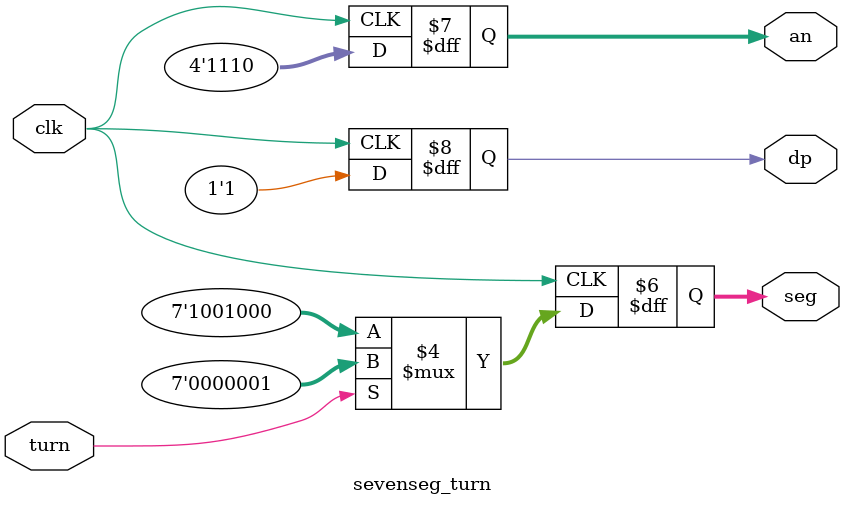
<source format=v>
module sevenseg_turn(
    input  wire clk,
    input  wire turn,        // 0 = X, 1 = O
    output reg  [6:0] seg,   // active-low segments CA..CG
    output reg  [3:0] an,    // active-low anodes
    output reg        dp     // decimal point (active-low)
);

    always @(posedge clk) begin
        // enable only rightmost digit (AN0)
        an <= 4'b1110;   // AN0 = 0, AN1-3 = 1
        dp <= 1'b1;      // decimal point off

        if (turn == 1'b0) begin
            // Show X - approximate with segments b,c,e,f
            // a b c d e f g
            seg <= 7'b1001000;  // segments 1,2,4,5 on (active-low)
        end else begin
            // Show O - digit 0 pattern
            seg <= 7'b0000001;  // segments a,b,c,d,e,f on
        end
    end

endmodule
</source>
